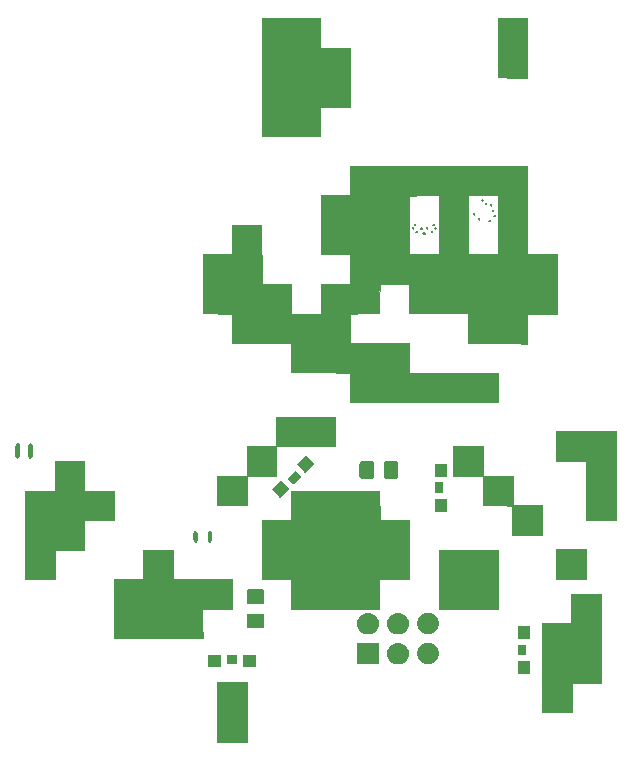
<source format=gbr>
G04 #@! TF.GenerationSoftware,KiCad,Pcbnew,5.1.2*
G04 #@! TF.CreationDate,2019-06-30T01:50:48-07:00*
G04 #@! TF.ProjectId,Mario_SAO,4d617269-6f5f-4534-914f-2e6b69636164,rev?*
G04 #@! TF.SameCoordinates,Original*
G04 #@! TF.FileFunction,Soldermask,Bot*
G04 #@! TF.FilePolarity,Negative*
%FSLAX46Y46*%
G04 Gerber Fmt 4.6, Leading zero omitted, Abs format (unit mm)*
G04 Created by KiCad (PCBNEW 5.1.2) date 2019-06-30 01:50:48*
%MOMM*%
%LPD*%
G04 APERTURE LIST*
%ADD10C,0.010000*%
%ADD11C,0.100000*%
G04 APERTURE END LIST*
D10*
G36*
X115978624Y-84116553D02*
G01*
X115986000Y-84146167D01*
X115952113Y-84202291D01*
X115922500Y-84209667D01*
X115866376Y-84175780D01*
X115859000Y-84146167D01*
X115892886Y-84090043D01*
X115922500Y-84082667D01*
X115978624Y-84116553D01*
X115978624Y-84116553D01*
G37*
X115978624Y-84116553D02*
X115986000Y-84146167D01*
X115952113Y-84202291D01*
X115922500Y-84209667D01*
X115866376Y-84175780D01*
X115859000Y-84146167D01*
X115892886Y-84090043D01*
X115922500Y-84082667D01*
X115978624Y-84116553D01*
G36*
X116274957Y-84412887D02*
G01*
X116282333Y-84442500D01*
X116248447Y-84498624D01*
X116218833Y-84506000D01*
X116162709Y-84472114D01*
X116155333Y-84442500D01*
X116189220Y-84386376D01*
X116218833Y-84379000D01*
X116274957Y-84412887D01*
X116274957Y-84412887D01*
G37*
X116274957Y-84412887D02*
X116282333Y-84442500D01*
X116248447Y-84498624D01*
X116218833Y-84506000D01*
X116162709Y-84472114D01*
X116155333Y-84442500D01*
X116189220Y-84386376D01*
X116218833Y-84379000D01*
X116274957Y-84412887D01*
G36*
X116698291Y-84539887D02*
G01*
X116705667Y-84569500D01*
X116671780Y-84625624D01*
X116642167Y-84633000D01*
X116586042Y-84599114D01*
X116578667Y-84569500D01*
X116612553Y-84513376D01*
X116642167Y-84506000D01*
X116698291Y-84539887D01*
X116698291Y-84539887D01*
G37*
X116698291Y-84539887D02*
X116705667Y-84569500D01*
X116671780Y-84625624D01*
X116642167Y-84633000D01*
X116586042Y-84599114D01*
X116578667Y-84569500D01*
X116612553Y-84513376D01*
X116642167Y-84506000D01*
X116698291Y-84539887D01*
G36*
X116860059Y-85001323D02*
G01*
X116867521Y-85028092D01*
X116849285Y-85088510D01*
X116814604Y-85098667D01*
X116759645Y-85063057D01*
X116748000Y-85010472D01*
X116770304Y-84948406D01*
X116817510Y-84946809D01*
X116860059Y-85001323D01*
X116860059Y-85001323D01*
G37*
X116860059Y-85001323D02*
X116867521Y-85028092D01*
X116849285Y-85088510D01*
X116814604Y-85098667D01*
X116759645Y-85063057D01*
X116748000Y-85010472D01*
X116770304Y-84948406D01*
X116817510Y-84946809D01*
X116860059Y-85001323D01*
G36*
X115254547Y-85260960D02*
G01*
X115266333Y-85310334D01*
X115239863Y-85379286D01*
X115202833Y-85395000D01*
X115151119Y-85359707D01*
X115139333Y-85310334D01*
X115165803Y-85241381D01*
X115202833Y-85225667D01*
X115254547Y-85260960D01*
X115254547Y-85260960D01*
G37*
X115254547Y-85260960D02*
X115266333Y-85310334D01*
X115239863Y-85379286D01*
X115202833Y-85395000D01*
X115151119Y-85359707D01*
X115139333Y-85310334D01*
X115165803Y-85241381D01*
X115202833Y-85225667D01*
X115254547Y-85260960D01*
G36*
X116994624Y-85428887D02*
G01*
X117002000Y-85458500D01*
X116968113Y-85514624D01*
X116938500Y-85522000D01*
X116882376Y-85488114D01*
X116875000Y-85458500D01*
X116908886Y-85402376D01*
X116938500Y-85395000D01*
X116994624Y-85428887D01*
X116994624Y-85428887D01*
G37*
X116994624Y-85428887D02*
X117002000Y-85458500D01*
X116968113Y-85514624D01*
X116938500Y-85522000D01*
X116882376Y-85488114D01*
X116875000Y-85458500D01*
X116908886Y-85402376D01*
X116938500Y-85395000D01*
X116994624Y-85428887D01*
G36*
X115682291Y-85725220D02*
G01*
X115689667Y-85754834D01*
X115655780Y-85810958D01*
X115626167Y-85818334D01*
X115570042Y-85784447D01*
X115562667Y-85754834D01*
X115596553Y-85698709D01*
X115626167Y-85691334D01*
X115682291Y-85725220D01*
X115682291Y-85725220D01*
G37*
X115682291Y-85725220D02*
X115689667Y-85754834D01*
X115655780Y-85810958D01*
X115626167Y-85818334D01*
X115570042Y-85784447D01*
X115562667Y-85754834D01*
X115596553Y-85698709D01*
X115626167Y-85691334D01*
X115682291Y-85725220D01*
G36*
X116571291Y-85852220D02*
G01*
X116578667Y-85881834D01*
X116544780Y-85937958D01*
X116515167Y-85945334D01*
X116459042Y-85911447D01*
X116451667Y-85881834D01*
X116485553Y-85825709D01*
X116515167Y-85818334D01*
X116571291Y-85852220D01*
X116571291Y-85852220D01*
G37*
X116571291Y-85852220D02*
X116578667Y-85881834D01*
X116544780Y-85937958D01*
X116515167Y-85945334D01*
X116459042Y-85911447D01*
X116451667Y-85881834D01*
X116485553Y-85825709D01*
X116515167Y-85818334D01*
X116571291Y-85852220D01*
G36*
X111863952Y-86183470D02*
G01*
X111879667Y-86220500D01*
X111844373Y-86272214D01*
X111795000Y-86284000D01*
X111726048Y-86257530D01*
X111710333Y-86220500D01*
X111745626Y-86168786D01*
X111795000Y-86157000D01*
X111863952Y-86183470D01*
X111863952Y-86183470D01*
G37*
X111863952Y-86183470D02*
X111879667Y-86220500D01*
X111844373Y-86272214D01*
X111795000Y-86284000D01*
X111726048Y-86257530D01*
X111710333Y-86220500D01*
X111745626Y-86168786D01*
X111795000Y-86157000D01*
X111863952Y-86183470D01*
G36*
X110263624Y-86190887D02*
G01*
X110271000Y-86220500D01*
X110237113Y-86276624D01*
X110207500Y-86284000D01*
X110151376Y-86250114D01*
X110144000Y-86220500D01*
X110177886Y-86164376D01*
X110207500Y-86157000D01*
X110263624Y-86190887D01*
X110263624Y-86190887D01*
G37*
X110263624Y-86190887D02*
X110271000Y-86220500D01*
X110237113Y-86276624D01*
X110207500Y-86284000D01*
X110151376Y-86250114D01*
X110144000Y-86220500D01*
X110177886Y-86164376D01*
X110207500Y-86157000D01*
X110263624Y-86190887D01*
G36*
X111999291Y-86487220D02*
G01*
X112006667Y-86516834D01*
X111972780Y-86572958D01*
X111943167Y-86580334D01*
X111887042Y-86546447D01*
X111879667Y-86516834D01*
X111913553Y-86460709D01*
X111943167Y-86453334D01*
X111999291Y-86487220D01*
X111999291Y-86487220D01*
G37*
X111999291Y-86487220D02*
X112006667Y-86516834D01*
X111972780Y-86572958D01*
X111943167Y-86580334D01*
X111887042Y-86546447D01*
X111879667Y-86516834D01*
X111913553Y-86460709D01*
X111943167Y-86453334D01*
X111999291Y-86487220D01*
G36*
X111279624Y-86487220D02*
G01*
X111287000Y-86516834D01*
X111253113Y-86572958D01*
X111223500Y-86580334D01*
X111167376Y-86546447D01*
X111160000Y-86516834D01*
X111193886Y-86460709D01*
X111223500Y-86453334D01*
X111279624Y-86487220D01*
X111279624Y-86487220D01*
G37*
X111279624Y-86487220D02*
X111287000Y-86516834D01*
X111253113Y-86572958D01*
X111223500Y-86580334D01*
X111167376Y-86546447D01*
X111160000Y-86516834D01*
X111193886Y-86460709D01*
X111223500Y-86453334D01*
X111279624Y-86487220D01*
G36*
X110847952Y-86479803D02*
G01*
X110863667Y-86516834D01*
X110828373Y-86568548D01*
X110779000Y-86580334D01*
X110710048Y-86553864D01*
X110694333Y-86516834D01*
X110729626Y-86465119D01*
X110779000Y-86453334D01*
X110847952Y-86479803D01*
X110847952Y-86479803D01*
G37*
X110847952Y-86479803D02*
X110863667Y-86516834D01*
X110828373Y-86568548D01*
X110779000Y-86580334D01*
X110710048Y-86553864D01*
X110694333Y-86516834D01*
X110729626Y-86465119D01*
X110779000Y-86453334D01*
X110847952Y-86479803D01*
G36*
X110094291Y-86487220D02*
G01*
X110101667Y-86516834D01*
X110067780Y-86572958D01*
X110038167Y-86580334D01*
X109982042Y-86546447D01*
X109974667Y-86516834D01*
X110008553Y-86460709D01*
X110038167Y-86453334D01*
X110094291Y-86487220D01*
X110094291Y-86487220D01*
G37*
X110094291Y-86487220D02*
X110101667Y-86516834D01*
X110067780Y-86572958D01*
X110038167Y-86580334D01*
X109982042Y-86546447D01*
X109974667Y-86516834D01*
X110008553Y-86460709D01*
X110038167Y-86453334D01*
X110094291Y-86487220D01*
G36*
X111702957Y-86783553D02*
G01*
X111710333Y-86813167D01*
X111676447Y-86869291D01*
X111646833Y-86876667D01*
X111590709Y-86842780D01*
X111583333Y-86813167D01*
X111617220Y-86757043D01*
X111646833Y-86749667D01*
X111702957Y-86783553D01*
X111702957Y-86783553D01*
G37*
X111702957Y-86783553D02*
X111710333Y-86813167D01*
X111676447Y-86869291D01*
X111646833Y-86876667D01*
X111590709Y-86842780D01*
X111583333Y-86813167D01*
X111617220Y-86757043D01*
X111646833Y-86749667D01*
X111702957Y-86783553D01*
G36*
X110390624Y-86783553D02*
G01*
X110398000Y-86813167D01*
X110364113Y-86869291D01*
X110334500Y-86876667D01*
X110278376Y-86842780D01*
X110271000Y-86813167D01*
X110304886Y-86757043D01*
X110334500Y-86749667D01*
X110390624Y-86783553D01*
X110390624Y-86783553D01*
G37*
X110390624Y-86783553D02*
X110398000Y-86813167D01*
X110364113Y-86869291D01*
X110334500Y-86876667D01*
X110278376Y-86842780D01*
X110271000Y-86813167D01*
X110304886Y-86757043D01*
X110334500Y-86749667D01*
X110390624Y-86783553D01*
G36*
X111091493Y-86895599D02*
G01*
X111117667Y-86940167D01*
X111079802Y-86990580D01*
X110990667Y-87003667D01*
X110889840Y-86984735D01*
X110863667Y-86940167D01*
X110901531Y-86889754D01*
X110990667Y-86876667D01*
X111091493Y-86895599D01*
X111091493Y-86895599D01*
G37*
X111091493Y-86895599D02*
X111117667Y-86940167D01*
X111079802Y-86990580D01*
X110990667Y-87003667D01*
X110889840Y-86984735D01*
X110863667Y-86940167D01*
X110901531Y-86889754D01*
X110990667Y-86876667D01*
X111091493Y-86895599D01*
G36*
X119753667Y-73795667D02*
G01*
X119023417Y-73786513D01*
X118731856Y-73782417D01*
X118421437Y-73777311D01*
X118122354Y-73771738D01*
X117864798Y-73766242D01*
X117774583Y-73764044D01*
X117256000Y-73750728D01*
X117256000Y-68758000D01*
X119753667Y-68758000D01*
X119753667Y-73795667D01*
X119753667Y-73795667D01*
G37*
X119753667Y-73795667D02*
X119023417Y-73786513D01*
X118731856Y-73782417D01*
X118421437Y-73777311D01*
X118122354Y-73771738D01*
X117864798Y-73766242D01*
X117774583Y-73764044D01*
X117256000Y-73750728D01*
X117256000Y-68758000D01*
X119753667Y-68758000D01*
X119753667Y-73795667D01*
G36*
X102227667Y-71255667D02*
G01*
X104725333Y-71255667D01*
X104725333Y-76251000D01*
X102227667Y-76251000D01*
X102227667Y-78748667D01*
X97274667Y-78748667D01*
X97274667Y-68758000D01*
X102227667Y-68758000D01*
X102227667Y-71255667D01*
X102227667Y-71255667D01*
G37*
X102227667Y-71255667D02*
X104725333Y-71255667D01*
X104725333Y-76251000D01*
X102227667Y-76251000D01*
X102227667Y-78748667D01*
X97274667Y-78748667D01*
X97274667Y-68758000D01*
X102227667Y-68758000D01*
X102227667Y-71255667D01*
G36*
X119753667Y-88739334D02*
G01*
X122251333Y-88739334D01*
X122251333Y-93777000D01*
X119753667Y-93777000D01*
X119753667Y-96288270D01*
X118603789Y-96260302D01*
X118244236Y-96252771D01*
X117825532Y-96246008D01*
X117373191Y-96240298D01*
X116912726Y-96235927D01*
X116469652Y-96233180D01*
X116106122Y-96232334D01*
X114758333Y-96232334D01*
X114758333Y-93734667D01*
X109763000Y-93734667D01*
X109763000Y-91235740D01*
X108503583Y-91246954D01*
X107244167Y-91258167D01*
X107232945Y-92495778D01*
X107221723Y-93733390D01*
X105984111Y-93744612D01*
X104746500Y-93755834D01*
X104746500Y-96253500D01*
X107232944Y-96264422D01*
X109719389Y-96275343D01*
X109741833Y-98751167D01*
X113498917Y-98761979D01*
X117256000Y-98772791D01*
X117256000Y-101227667D01*
X104768945Y-101227667D01*
X104757723Y-99989417D01*
X104746500Y-98751167D01*
X102260055Y-98740245D01*
X99773611Y-98729324D01*
X99751167Y-96253500D01*
X97264722Y-96242579D01*
X94778278Y-96231657D01*
X94767055Y-94993745D01*
X94755833Y-93755834D01*
X92279333Y-93733388D01*
X92279333Y-88739334D01*
X94777000Y-88739334D01*
X94777000Y-86241667D01*
X97231662Y-86241667D01*
X97253500Y-91258167D01*
X98491111Y-91269389D01*
X99728723Y-91280610D01*
X99751167Y-93755834D01*
X102248833Y-93755834D01*
X102271277Y-91280610D01*
X103508888Y-91269389D01*
X104746500Y-91258167D01*
X104757713Y-89998750D01*
X104768926Y-88739334D01*
X109719990Y-88739334D01*
X112260667Y-88739334D01*
X112260667Y-83744000D01*
X114758333Y-83744000D01*
X114758333Y-88739334D01*
X117256000Y-88739334D01*
X117256000Y-83744000D01*
X114758333Y-83744000D01*
X112260667Y-83744000D01*
X112260667Y-83742740D01*
X111001250Y-83753954D01*
X109741833Y-83765167D01*
X109730911Y-86252250D01*
X109719990Y-88739334D01*
X104768926Y-88739334D01*
X102270000Y-88739334D01*
X102270000Y-83744000D01*
X104767667Y-83744000D01*
X104767667Y-81246334D01*
X119753667Y-81246334D01*
X119753667Y-88739334D01*
X119753667Y-88739334D01*
G37*
X119753667Y-88739334D02*
X122251333Y-88739334D01*
X122251333Y-93777000D01*
X119753667Y-93777000D01*
X119753667Y-96288270D01*
X118603789Y-96260302D01*
X118244236Y-96252771D01*
X117825532Y-96246008D01*
X117373191Y-96240298D01*
X116912726Y-96235927D01*
X116469652Y-96233180D01*
X116106122Y-96232334D01*
X114758333Y-96232334D01*
X114758333Y-93734667D01*
X109763000Y-93734667D01*
X109763000Y-91235740D01*
X108503583Y-91246954D01*
X107244167Y-91258167D01*
X107232945Y-92495778D01*
X107221723Y-93733390D01*
X105984111Y-93744612D01*
X104746500Y-93755834D01*
X104746500Y-96253500D01*
X107232944Y-96264422D01*
X109719389Y-96275343D01*
X109741833Y-98751167D01*
X113498917Y-98761979D01*
X117256000Y-98772791D01*
X117256000Y-101227667D01*
X104768945Y-101227667D01*
X104757723Y-99989417D01*
X104746500Y-98751167D01*
X102260055Y-98740245D01*
X99773611Y-98729324D01*
X99751167Y-96253500D01*
X97264722Y-96242579D01*
X94778278Y-96231657D01*
X94767055Y-94993745D01*
X94755833Y-93755834D01*
X92279333Y-93733388D01*
X92279333Y-88739334D01*
X94777000Y-88739334D01*
X94777000Y-86241667D01*
X97231662Y-86241667D01*
X97253500Y-91258167D01*
X98491111Y-91269389D01*
X99728723Y-91280610D01*
X99751167Y-93755834D01*
X102248833Y-93755834D01*
X102271277Y-91280610D01*
X103508888Y-91269389D01*
X104746500Y-91258167D01*
X104757713Y-89998750D01*
X104768926Y-88739334D01*
X109719990Y-88739334D01*
X112260667Y-88739334D01*
X112260667Y-83744000D01*
X114758333Y-83744000D01*
X114758333Y-88739334D01*
X117256000Y-88739334D01*
X117256000Y-83744000D01*
X114758333Y-83744000D01*
X112260667Y-83744000D01*
X112260667Y-83742740D01*
X111001250Y-83753954D01*
X109741833Y-83765167D01*
X109730911Y-86252250D01*
X109719990Y-88739334D01*
X104768926Y-88739334D01*
X102270000Y-88739334D01*
X102270000Y-83744000D01*
X104767667Y-83744000D01*
X104767667Y-81246334D01*
X119753667Y-81246334D01*
X119753667Y-88739334D01*
G36*
X77740404Y-104799321D02*
G01*
X77765076Y-104836584D01*
X77791723Y-104929563D01*
X77809814Y-105078890D01*
X77819362Y-105262136D01*
X77820381Y-105456873D01*
X77812887Y-105640673D01*
X77796893Y-105791107D01*
X77772414Y-105885748D01*
X77764400Y-105898768D01*
X77675944Y-105962907D01*
X77587217Y-105942384D01*
X77541933Y-105899123D01*
X77513407Y-105823094D01*
X77490867Y-105685213D01*
X77475212Y-105508142D01*
X77467340Y-105314542D01*
X77468149Y-105127075D01*
X77478537Y-104968401D01*
X77499401Y-104861184D01*
X77500670Y-104857750D01*
X77567955Y-104764994D01*
X77655730Y-104744888D01*
X77740404Y-104799321D01*
X77740404Y-104799321D01*
G37*
X77740404Y-104799321D02*
X77765076Y-104836584D01*
X77791723Y-104929563D01*
X77809814Y-105078890D01*
X77819362Y-105262136D01*
X77820381Y-105456873D01*
X77812887Y-105640673D01*
X77796893Y-105791107D01*
X77772414Y-105885748D01*
X77764400Y-105898768D01*
X77675944Y-105962907D01*
X77587217Y-105942384D01*
X77541933Y-105899123D01*
X77513407Y-105823094D01*
X77490867Y-105685213D01*
X77475212Y-105508142D01*
X77467340Y-105314542D01*
X77468149Y-105127075D01*
X77478537Y-104968401D01*
X77499401Y-104861184D01*
X77500670Y-104857750D01*
X77567955Y-104764994D01*
X77655730Y-104744888D01*
X77740404Y-104799321D01*
G36*
X76685754Y-104816560D02*
G01*
X76701714Y-104849923D01*
X76724658Y-104958947D01*
X76737896Y-105122218D01*
X76741771Y-105314257D01*
X76736625Y-105509585D01*
X76722801Y-105682726D01*
X76700639Y-105808200D01*
X76688396Y-105841625D01*
X76611161Y-105937199D01*
X76523035Y-105955787D01*
X76442773Y-105900665D01*
X76417083Y-105826218D01*
X76399650Y-105689713D01*
X76390433Y-105513353D01*
X76389392Y-105319338D01*
X76396483Y-105129872D01*
X76411668Y-104967156D01*
X76434903Y-104853391D01*
X76444763Y-104829557D01*
X76520753Y-104753859D01*
X76610171Y-104750247D01*
X76685754Y-104816560D01*
X76685754Y-104816560D01*
G37*
X76685754Y-104816560D02*
X76701714Y-104849923D01*
X76724658Y-104958947D01*
X76737896Y-105122218D01*
X76741771Y-105314257D01*
X76736625Y-105509585D01*
X76722801Y-105682726D01*
X76700639Y-105808200D01*
X76688396Y-105841625D01*
X76611161Y-105937199D01*
X76523035Y-105955787D01*
X76442773Y-105900665D01*
X76417083Y-105826218D01*
X76399650Y-105689713D01*
X76390433Y-105513353D01*
X76389392Y-105319338D01*
X76396483Y-105129872D01*
X76411668Y-104967156D01*
X76434903Y-104853391D01*
X76444763Y-104829557D01*
X76520753Y-104753859D01*
X76610171Y-104750247D01*
X76685754Y-104816560D01*
G36*
X103497667Y-104995334D02*
G01*
X98502333Y-104995334D01*
X98502333Y-102497667D01*
X103497667Y-102497667D01*
X103497667Y-104995334D01*
X103497667Y-104995334D01*
G37*
X103497667Y-104995334D02*
X98502333Y-104995334D01*
X98502333Y-102497667D01*
X103497667Y-102497667D01*
X103497667Y-104995334D01*
G36*
X98502333Y-107493000D02*
G01*
X96004667Y-107493000D01*
X96004667Y-104995334D01*
X98502333Y-104995334D01*
X98502333Y-107493000D01*
X98502333Y-107493000D01*
G37*
X98502333Y-107493000D02*
X96004667Y-107493000D01*
X96004667Y-104995334D01*
X98502333Y-104995334D01*
X98502333Y-107493000D01*
G36*
X96004667Y-109990667D02*
G01*
X93507000Y-109990667D01*
X93507000Y-107493000D01*
X96004667Y-107493000D01*
X96004667Y-109990667D01*
X96004667Y-109990667D01*
G37*
X96004667Y-109990667D02*
X93507000Y-109990667D01*
X93507000Y-107493000D01*
X96004667Y-107493000D01*
X96004667Y-109990667D01*
G36*
X127246667Y-111260667D02*
G01*
X124706667Y-111260667D01*
X124706667Y-106265334D01*
X122209000Y-106265334D01*
X122209000Y-103725334D01*
X127246667Y-103725334D01*
X127246667Y-111260667D01*
X127246667Y-111260667D01*
G37*
X127246667Y-111260667D02*
X124706667Y-111260667D01*
X124706667Y-106265334D01*
X122209000Y-106265334D01*
X122209000Y-103725334D01*
X127246667Y-103725334D01*
X127246667Y-111260667D01*
G36*
X115986000Y-107493000D02*
G01*
X113488333Y-107493000D01*
X113488333Y-104995334D01*
X115986000Y-104995334D01*
X115986000Y-107493000D01*
X115986000Y-107493000D01*
G37*
X115986000Y-107493000D02*
X113488333Y-107493000D01*
X113488333Y-104995334D01*
X115986000Y-104995334D01*
X115986000Y-107493000D01*
G36*
X118526000Y-109990667D02*
G01*
X121023667Y-109990667D01*
X121023667Y-112530667D01*
X118483667Y-112530667D01*
X118483667Y-110044078D01*
X118324917Y-110017838D01*
X118239661Y-110010637D01*
X118083183Y-110004153D01*
X117868924Y-109998675D01*
X117610326Y-109994490D01*
X117320834Y-109991885D01*
X117076083Y-109991133D01*
X115986000Y-109990667D01*
X115986000Y-107493000D01*
X118526000Y-107493000D01*
X118526000Y-109990667D01*
X118526000Y-109990667D01*
G37*
X118526000Y-109990667D02*
X121023667Y-109990667D01*
X121023667Y-112530667D01*
X118483667Y-112530667D01*
X118483667Y-110044078D01*
X118324917Y-110017838D01*
X118239661Y-110010637D01*
X118083183Y-110004153D01*
X117868924Y-109998675D01*
X117610326Y-109994490D01*
X117320834Y-109991885D01*
X117076083Y-109991133D01*
X115986000Y-109990667D01*
X115986000Y-107493000D01*
X118526000Y-107493000D01*
X118526000Y-109990667D01*
G36*
X92880993Y-112142311D02*
G01*
X92909797Y-112169651D01*
X92945549Y-112227723D01*
X92966031Y-112324778D01*
X92973917Y-112478546D01*
X92973847Y-112594304D01*
X92960499Y-112829848D01*
X92927153Y-112988636D01*
X92874683Y-113068941D01*
X92803963Y-113069034D01*
X92753467Y-113030200D01*
X92722614Y-112955139D01*
X92704624Y-112821710D01*
X92698947Y-112655145D01*
X92705033Y-112480673D01*
X92722330Y-112323525D01*
X92750289Y-112208932D01*
X92772214Y-112170834D01*
X92831650Y-112124192D01*
X92880993Y-112142311D01*
X92880993Y-112142311D01*
G37*
X92880993Y-112142311D02*
X92909797Y-112169651D01*
X92945549Y-112227723D01*
X92966031Y-112324778D01*
X92973917Y-112478546D01*
X92973847Y-112594304D01*
X92960499Y-112829848D01*
X92927153Y-112988636D01*
X92874683Y-113068941D01*
X92803963Y-113069034D01*
X92753467Y-113030200D01*
X92722614Y-112955139D01*
X92704624Y-112821710D01*
X92698947Y-112655145D01*
X92705033Y-112480673D01*
X92722330Y-112323525D01*
X92750289Y-112208932D01*
X92772214Y-112170834D01*
X92831650Y-112124192D01*
X92880993Y-112142311D01*
G36*
X91716509Y-112213897D02*
G01*
X91727510Y-112231550D01*
X91749527Y-112313832D01*
X91765261Y-112451141D01*
X91771333Y-112613885D01*
X91771333Y-112615334D01*
X91759796Y-112845006D01*
X91724585Y-112995959D01*
X91664800Y-113071021D01*
X91623167Y-113081000D01*
X91556464Y-113047475D01*
X91518823Y-112999117D01*
X91497994Y-112917059D01*
X91483524Y-112778341D01*
X91476056Y-112610779D01*
X91476236Y-112442185D01*
X91484706Y-112300375D01*
X91500696Y-112216629D01*
X91558402Y-112159022D01*
X91641789Y-112158865D01*
X91716509Y-112213897D01*
X91716509Y-112213897D01*
G37*
X91716509Y-112213897D02*
X91727510Y-112231550D01*
X91749527Y-112313832D01*
X91765261Y-112451141D01*
X91771333Y-112613885D01*
X91771333Y-112615334D01*
X91759796Y-112845006D01*
X91724585Y-112995959D01*
X91664800Y-113071021D01*
X91623167Y-113081000D01*
X91556464Y-113047475D01*
X91518823Y-112999117D01*
X91497994Y-112917059D01*
X91483524Y-112778341D01*
X91476056Y-112610779D01*
X91476236Y-112442185D01*
X91484706Y-112300375D01*
X91500696Y-112216629D01*
X91558402Y-112159022D01*
X91641789Y-112158865D01*
X91716509Y-112213897D01*
G36*
X124749000Y-116256000D02*
G01*
X122209000Y-116256000D01*
X122209000Y-113716000D01*
X124749000Y-113716000D01*
X124749000Y-116256000D01*
X124749000Y-116256000D01*
G37*
X124749000Y-116256000D02*
X122209000Y-116256000D01*
X122209000Y-113716000D01*
X124749000Y-113716000D01*
X124749000Y-116256000D01*
G36*
X82246333Y-108763000D02*
G01*
X84744000Y-108763000D01*
X84744000Y-111260667D01*
X82246333Y-111260667D01*
X82246333Y-113758334D01*
X79748667Y-113758334D01*
X79748667Y-116256000D01*
X77251000Y-116256000D01*
X77251000Y-108763000D01*
X79748667Y-108763000D01*
X79748667Y-106265334D01*
X82246333Y-106265334D01*
X82246333Y-108763000D01*
X82246333Y-108763000D01*
G37*
X82246333Y-108763000D02*
X84744000Y-108763000D01*
X84744000Y-111260667D01*
X82246333Y-111260667D01*
X82246333Y-113758334D01*
X79748667Y-113758334D01*
X79748667Y-116256000D01*
X77251000Y-116256000D01*
X77251000Y-108763000D01*
X79748667Y-108763000D01*
X79748667Y-106265334D01*
X82246333Y-106265334D01*
X82246333Y-108763000D01*
G36*
X117234833Y-118732500D02*
G01*
X112260667Y-118754344D01*
X112260667Y-113758334D01*
X117256677Y-113758334D01*
X117234833Y-118732500D01*
X117234833Y-118732500D01*
G37*
X117234833Y-118732500D02*
X112260667Y-118754344D01*
X112260667Y-113758334D01*
X117256677Y-113758334D01*
X117234833Y-118732500D01*
G36*
X107244167Y-111239500D02*
G01*
X109720667Y-111261946D01*
X109720667Y-116256000D01*
X107223000Y-116256000D01*
X107223000Y-118753667D01*
X99772333Y-118753667D01*
X99772333Y-116256000D01*
X97274667Y-116256000D01*
X97274667Y-111261946D01*
X99751167Y-111239500D01*
X99762389Y-110001250D01*
X99773612Y-108763000D01*
X107221721Y-108763000D01*
X107244167Y-111239500D01*
X107244167Y-111239500D01*
G37*
X107244167Y-111239500D02*
X109720667Y-111261946D01*
X109720667Y-116256000D01*
X107223000Y-116256000D01*
X107223000Y-118753667D01*
X99772333Y-118753667D01*
X99772333Y-116256000D01*
X97274667Y-116256000D01*
X97274667Y-111261946D01*
X99751167Y-111239500D01*
X99762389Y-110001250D01*
X99773612Y-108763000D01*
X107221721Y-108763000D01*
X107244167Y-111239500D01*
G36*
X89739333Y-116256000D02*
G01*
X94734667Y-116256000D01*
X94734667Y-118753667D01*
X92224095Y-118753667D01*
X92254257Y-120002500D01*
X92284420Y-121251334D01*
X84744000Y-121251334D01*
X84744000Y-116256000D01*
X87241667Y-116256000D01*
X87241667Y-113758334D01*
X89739333Y-113758334D01*
X89739333Y-116256000D01*
X89739333Y-116256000D01*
G37*
X89739333Y-116256000D02*
X94734667Y-116256000D01*
X94734667Y-118753667D01*
X92224095Y-118753667D01*
X92254257Y-120002500D01*
X92284420Y-121251334D01*
X84744000Y-121251334D01*
X84744000Y-116256000D01*
X87241667Y-116256000D01*
X87241667Y-113758334D01*
X89739333Y-113758334D01*
X89739333Y-116256000D01*
G36*
X126019000Y-125019000D02*
G01*
X123521333Y-125019000D01*
X123521333Y-127516667D01*
X120981333Y-127516667D01*
X120981333Y-119981334D01*
X123479000Y-119981334D01*
X123479000Y-117483667D01*
X126019000Y-117483667D01*
X126019000Y-125019000D01*
X126019000Y-125019000D01*
G37*
X126019000Y-125019000D02*
X123521333Y-125019000D01*
X123521333Y-127516667D01*
X120981333Y-127516667D01*
X120981333Y-119981334D01*
X123479000Y-119981334D01*
X123479000Y-117483667D01*
X126019000Y-117483667D01*
X126019000Y-125019000D01*
G36*
X96004667Y-130014334D02*
G01*
X93464667Y-130014334D01*
X93464667Y-124976667D01*
X96004667Y-124976667D01*
X96004667Y-130014334D01*
X96004667Y-130014334D01*
G37*
X96004667Y-130014334D02*
X93464667Y-130014334D01*
X93464667Y-124976667D01*
X96004667Y-124976667D01*
X96004667Y-130014334D01*
D11*
G36*
X119950431Y-123199569D02*
G01*
X119951000Y-123205339D01*
X119951000Y-124294657D01*
X119950431Y-124300431D01*
X119944657Y-124301000D01*
X118955343Y-124301000D01*
X118949569Y-124300431D01*
X118949000Y-124294657D01*
X118949000Y-123205339D01*
X118949569Y-123199569D01*
X118955343Y-123199000D01*
X119944657Y-123199000D01*
X119950431Y-123199569D01*
X119950431Y-123199569D01*
G37*
G36*
X96800431Y-122699569D02*
G01*
X96801000Y-122705339D01*
X96801000Y-123694657D01*
X96800431Y-123700431D01*
X96794657Y-123701000D01*
X95705343Y-123701000D01*
X95699569Y-123700431D01*
X95699000Y-123694657D01*
X95699000Y-122705339D01*
X95699569Y-122699569D01*
X95705343Y-122699000D01*
X96794657Y-122699000D01*
X96800431Y-122699569D01*
X96800431Y-122699569D01*
G37*
G36*
X93800431Y-122699569D02*
G01*
X93801000Y-122705339D01*
X93801000Y-123694657D01*
X93800431Y-123700431D01*
X93794657Y-123701000D01*
X92705343Y-123701000D01*
X92699569Y-123700431D01*
X92699000Y-123694657D01*
X92699000Y-122705339D01*
X92699569Y-122699569D01*
X92705343Y-122699000D01*
X93794657Y-122699000D01*
X93800431Y-122699569D01*
X93800431Y-122699569D01*
G37*
G36*
X107184600Y-123454600D02*
G01*
X105355400Y-123454600D01*
X105355400Y-121625400D01*
X107184600Y-121625400D01*
X107184600Y-123454600D01*
X107184600Y-123454600D01*
G37*
G36*
X111616778Y-121660547D02*
G01*
X111783224Y-121729491D01*
X111933022Y-121829583D01*
X112060417Y-121956978D01*
X112160509Y-122106776D01*
X112229453Y-122273222D01*
X112264600Y-122449918D01*
X112264600Y-122630082D01*
X112229453Y-122806778D01*
X112160509Y-122973224D01*
X112060417Y-123123022D01*
X111933022Y-123250417D01*
X111783224Y-123350509D01*
X111616778Y-123419453D01*
X111440082Y-123454600D01*
X111259918Y-123454600D01*
X111083222Y-123419453D01*
X110916776Y-123350509D01*
X110766978Y-123250417D01*
X110639583Y-123123022D01*
X110539491Y-122973224D01*
X110470547Y-122806778D01*
X110435400Y-122630082D01*
X110435400Y-122449918D01*
X110470547Y-122273222D01*
X110539491Y-122106776D01*
X110639583Y-121956978D01*
X110766978Y-121829583D01*
X110916776Y-121729491D01*
X111083222Y-121660547D01*
X111259918Y-121625400D01*
X111440082Y-121625400D01*
X111616778Y-121660547D01*
X111616778Y-121660547D01*
G37*
G36*
X108989294Y-121638633D02*
G01*
X109161695Y-121690931D01*
X109320583Y-121775858D01*
X109459849Y-121890151D01*
X109574142Y-122029417D01*
X109659069Y-122188305D01*
X109711367Y-122360706D01*
X109729025Y-122540000D01*
X109711367Y-122719294D01*
X109659069Y-122891695D01*
X109574142Y-123050583D01*
X109459849Y-123189849D01*
X109320583Y-123304142D01*
X109161695Y-123389069D01*
X108989294Y-123441367D01*
X108854931Y-123454600D01*
X108765069Y-123454600D01*
X108630706Y-123441367D01*
X108458305Y-123389069D01*
X108299417Y-123304142D01*
X108160151Y-123189849D01*
X108045858Y-123050583D01*
X107960931Y-122891695D01*
X107908633Y-122719294D01*
X107890975Y-122540000D01*
X107908633Y-122360706D01*
X107960931Y-122188305D01*
X108045858Y-122029417D01*
X108160151Y-121890151D01*
X108299417Y-121775858D01*
X108458305Y-121690931D01*
X108630706Y-121638633D01*
X108765069Y-121625400D01*
X108854931Y-121625400D01*
X108989294Y-121638633D01*
X108989294Y-121638633D01*
G37*
G36*
X95201000Y-123401000D02*
G01*
X94299000Y-123401000D01*
X94299000Y-122699000D01*
X95201000Y-122699000D01*
X95201000Y-123401000D01*
X95201000Y-123401000D01*
G37*
G36*
X119651000Y-122701000D02*
G01*
X118949000Y-122701000D01*
X118949000Y-121799000D01*
X119651000Y-121799000D01*
X119651000Y-122701000D01*
X119651000Y-122701000D01*
G37*
G36*
X119950431Y-120199569D02*
G01*
X119951000Y-120205339D01*
X119951000Y-121294657D01*
X119950431Y-121300431D01*
X119944657Y-121301000D01*
X118955343Y-121301000D01*
X118949569Y-121300431D01*
X118949000Y-121294657D01*
X118949000Y-120205339D01*
X118949569Y-120199569D01*
X118955343Y-120199000D01*
X119944657Y-120199000D01*
X119950431Y-120199569D01*
X119950431Y-120199569D01*
G37*
G36*
X106449294Y-119098633D02*
G01*
X106621695Y-119150931D01*
X106780583Y-119235858D01*
X106919849Y-119350151D01*
X107034142Y-119489417D01*
X107119069Y-119648305D01*
X107171367Y-119820706D01*
X107189025Y-120000000D01*
X107171367Y-120179294D01*
X107119069Y-120351695D01*
X107034142Y-120510583D01*
X106919849Y-120649849D01*
X106780583Y-120764142D01*
X106621695Y-120849069D01*
X106449294Y-120901367D01*
X106314931Y-120914600D01*
X106225069Y-120914600D01*
X106090706Y-120901367D01*
X105918305Y-120849069D01*
X105759417Y-120764142D01*
X105620151Y-120649849D01*
X105505858Y-120510583D01*
X105420931Y-120351695D01*
X105368633Y-120179294D01*
X105350975Y-120000000D01*
X105368633Y-119820706D01*
X105420931Y-119648305D01*
X105505858Y-119489417D01*
X105620151Y-119350151D01*
X105759417Y-119235858D01*
X105918305Y-119150931D01*
X106090706Y-119098633D01*
X106225069Y-119085400D01*
X106314931Y-119085400D01*
X106449294Y-119098633D01*
X106449294Y-119098633D01*
G37*
G36*
X111616778Y-119120547D02*
G01*
X111783224Y-119189491D01*
X111933022Y-119289583D01*
X112060417Y-119416978D01*
X112160509Y-119566776D01*
X112229453Y-119733222D01*
X112264600Y-119909918D01*
X112264600Y-120090082D01*
X112229453Y-120266778D01*
X112160509Y-120433224D01*
X112060417Y-120583022D01*
X111933022Y-120710417D01*
X111783224Y-120810509D01*
X111616778Y-120879453D01*
X111440082Y-120914600D01*
X111259918Y-120914600D01*
X111083222Y-120879453D01*
X110916776Y-120810509D01*
X110766978Y-120710417D01*
X110639583Y-120583022D01*
X110539491Y-120433224D01*
X110470547Y-120266778D01*
X110435400Y-120090082D01*
X110435400Y-119909918D01*
X110470547Y-119733222D01*
X110539491Y-119566776D01*
X110639583Y-119416978D01*
X110766978Y-119289583D01*
X110916776Y-119189491D01*
X111083222Y-119120547D01*
X111259918Y-119085400D01*
X111440082Y-119085400D01*
X111616778Y-119120547D01*
X111616778Y-119120547D01*
G37*
G36*
X108989294Y-119098633D02*
G01*
X109161695Y-119150931D01*
X109320583Y-119235858D01*
X109459849Y-119350151D01*
X109574142Y-119489417D01*
X109659069Y-119648305D01*
X109711367Y-119820706D01*
X109729025Y-120000000D01*
X109711367Y-120179294D01*
X109659069Y-120351695D01*
X109574142Y-120510583D01*
X109459849Y-120649849D01*
X109320583Y-120764142D01*
X109161695Y-120849069D01*
X108989294Y-120901367D01*
X108854931Y-120914600D01*
X108765069Y-120914600D01*
X108630706Y-120901367D01*
X108458305Y-120849069D01*
X108299417Y-120764142D01*
X108160151Y-120649849D01*
X108045858Y-120510583D01*
X107960931Y-120351695D01*
X107908633Y-120179294D01*
X107890975Y-120000000D01*
X107908633Y-119820706D01*
X107960931Y-119648305D01*
X108045858Y-119489417D01*
X108160151Y-119350151D01*
X108299417Y-119235858D01*
X108458305Y-119150931D01*
X108630706Y-119098633D01*
X108765069Y-119085400D01*
X108854931Y-119085400D01*
X108989294Y-119098633D01*
X108989294Y-119098633D01*
G37*
G36*
X97338674Y-119153465D02*
G01*
X97376367Y-119164899D01*
X97411103Y-119183466D01*
X97441548Y-119208452D01*
X97466534Y-119238897D01*
X97485101Y-119273633D01*
X97496535Y-119311326D01*
X97501000Y-119356661D01*
X97501000Y-120193339D01*
X97496535Y-120238674D01*
X97485101Y-120276367D01*
X97466534Y-120311103D01*
X97441548Y-120341548D01*
X97411103Y-120366534D01*
X97376367Y-120385101D01*
X97338674Y-120396535D01*
X97293339Y-120401000D01*
X96206661Y-120401000D01*
X96161326Y-120396535D01*
X96123633Y-120385101D01*
X96088897Y-120366534D01*
X96058452Y-120341548D01*
X96033466Y-120311103D01*
X96014899Y-120276367D01*
X96003465Y-120238674D01*
X95999000Y-120193339D01*
X95999000Y-119356661D01*
X96003465Y-119311326D01*
X96014899Y-119273633D01*
X96033466Y-119238897D01*
X96058452Y-119208452D01*
X96088897Y-119183466D01*
X96123633Y-119164899D01*
X96161326Y-119153465D01*
X96206661Y-119149000D01*
X97293339Y-119149000D01*
X97338674Y-119153465D01*
X97338674Y-119153465D01*
G37*
G36*
X97338674Y-117103465D02*
G01*
X97376367Y-117114899D01*
X97411103Y-117133466D01*
X97441548Y-117158452D01*
X97466534Y-117188897D01*
X97485101Y-117223633D01*
X97496535Y-117261326D01*
X97501000Y-117306661D01*
X97501000Y-118143339D01*
X97496535Y-118188674D01*
X97485101Y-118226367D01*
X97466534Y-118261103D01*
X97441548Y-118291548D01*
X97411103Y-118316534D01*
X97376367Y-118335101D01*
X97338674Y-118346535D01*
X97293339Y-118351000D01*
X96206661Y-118351000D01*
X96161326Y-118346535D01*
X96123633Y-118335101D01*
X96088897Y-118316534D01*
X96058452Y-118291548D01*
X96033466Y-118261103D01*
X96014899Y-118226367D01*
X96003465Y-118188674D01*
X95999000Y-118143339D01*
X95999000Y-117306661D01*
X96003465Y-117261326D01*
X96014899Y-117223633D01*
X96033466Y-117188897D01*
X96058452Y-117158452D01*
X96088897Y-117133466D01*
X96123633Y-117114899D01*
X96161326Y-117103465D01*
X96206661Y-117099000D01*
X97293339Y-117099000D01*
X97338674Y-117103465D01*
X97338674Y-117103465D01*
G37*
G36*
X112950431Y-109449569D02*
G01*
X112951000Y-109455339D01*
X112951000Y-110544657D01*
X112950431Y-110550431D01*
X112944657Y-110551000D01*
X111955343Y-110551000D01*
X111949569Y-110550431D01*
X111949000Y-110544657D01*
X111949000Y-109455339D01*
X111949569Y-109449569D01*
X111955343Y-109449000D01*
X112944657Y-109449000D01*
X112950431Y-109449569D01*
X112950431Y-109449569D01*
G37*
G36*
X98914529Y-107856620D02*
G01*
X98980896Y-107922987D01*
X98980902Y-107922992D01*
X99547719Y-108489809D01*
X99547724Y-108489815D01*
X99614091Y-108556182D01*
X99617767Y-108560661D01*
X99614091Y-108565140D01*
X99547724Y-108631507D01*
X99547719Y-108631513D01*
X98910192Y-109269040D01*
X98910186Y-109269045D01*
X98843819Y-109335412D01*
X98839340Y-109339088D01*
X98834861Y-109335412D01*
X98768494Y-109269045D01*
X98768488Y-109269040D01*
X98201671Y-108702223D01*
X98201666Y-108702217D01*
X98135299Y-108635850D01*
X98131623Y-108631371D01*
X98135299Y-108626892D01*
X98201666Y-108560525D01*
X98201671Y-108560519D01*
X98839198Y-107922992D01*
X98839204Y-107922987D01*
X98905571Y-107856620D01*
X98910050Y-107852944D01*
X98914529Y-107856620D01*
X98914529Y-107856620D01*
G37*
G36*
X112651000Y-108951000D02*
G01*
X111949000Y-108951000D01*
X111949000Y-108049000D01*
X112651000Y-108049000D01*
X112651000Y-108951000D01*
X112651000Y-108951000D01*
G37*
G36*
X100161765Y-107123955D02*
G01*
X100161771Y-107123960D01*
X100558882Y-107521071D01*
X100558887Y-107521077D01*
X100608520Y-107570710D01*
X100558887Y-107620343D01*
X100558882Y-107620349D01*
X100020349Y-108158882D01*
X100020343Y-108158887D01*
X99970710Y-108208520D01*
X99921077Y-108158887D01*
X99921071Y-108158882D01*
X99523960Y-107761771D01*
X99523955Y-107761765D01*
X99474322Y-107712132D01*
X99523955Y-107662499D01*
X99523960Y-107662493D01*
X100062493Y-107123960D01*
X100062499Y-107123955D01*
X100112132Y-107074322D01*
X100161765Y-107123955D01*
X100161765Y-107123955D01*
G37*
G36*
X106638674Y-106253465D02*
G01*
X106676367Y-106264899D01*
X106711103Y-106283466D01*
X106741548Y-106308452D01*
X106766534Y-106338897D01*
X106785101Y-106373633D01*
X106796535Y-106411326D01*
X106801000Y-106456661D01*
X106801000Y-107543339D01*
X106796535Y-107588674D01*
X106785101Y-107626367D01*
X106766534Y-107661103D01*
X106741548Y-107691548D01*
X106711103Y-107716534D01*
X106676367Y-107735101D01*
X106638674Y-107746535D01*
X106593339Y-107751000D01*
X105756661Y-107751000D01*
X105711326Y-107746535D01*
X105673633Y-107735101D01*
X105638897Y-107716534D01*
X105608452Y-107691548D01*
X105583466Y-107661103D01*
X105564899Y-107626367D01*
X105553465Y-107588674D01*
X105549000Y-107543339D01*
X105549000Y-106456661D01*
X105553465Y-106411326D01*
X105564899Y-106373633D01*
X105583466Y-106338897D01*
X105608452Y-106308452D01*
X105638897Y-106283466D01*
X105673633Y-106264899D01*
X105711326Y-106253465D01*
X105756661Y-106249000D01*
X106593339Y-106249000D01*
X106638674Y-106253465D01*
X106638674Y-106253465D01*
G37*
G36*
X108688674Y-106253465D02*
G01*
X108726367Y-106264899D01*
X108761103Y-106283466D01*
X108791548Y-106308452D01*
X108816534Y-106338897D01*
X108835101Y-106373633D01*
X108846535Y-106411326D01*
X108851000Y-106456661D01*
X108851000Y-107543339D01*
X108846535Y-107588674D01*
X108835101Y-107626367D01*
X108816534Y-107661103D01*
X108791548Y-107691548D01*
X108761103Y-107716534D01*
X108726367Y-107735101D01*
X108688674Y-107746535D01*
X108643339Y-107751000D01*
X107806661Y-107751000D01*
X107761326Y-107746535D01*
X107723633Y-107735101D01*
X107688897Y-107716534D01*
X107658452Y-107691548D01*
X107633466Y-107661103D01*
X107614899Y-107626367D01*
X107603465Y-107588674D01*
X107599000Y-107543339D01*
X107599000Y-106456661D01*
X107603465Y-106411326D01*
X107614899Y-106373633D01*
X107633466Y-106338897D01*
X107658452Y-106308452D01*
X107688897Y-106283466D01*
X107723633Y-106264899D01*
X107761326Y-106253465D01*
X107806661Y-106249000D01*
X108643339Y-106249000D01*
X108688674Y-106253465D01*
X108688674Y-106253465D01*
G37*
G36*
X112950431Y-106449569D02*
G01*
X112951000Y-106455339D01*
X112951000Y-107544657D01*
X112950431Y-107550431D01*
X112944657Y-107551000D01*
X111955343Y-107551000D01*
X111949569Y-107550431D01*
X111949000Y-107544657D01*
X111949000Y-106455339D01*
X111949569Y-106449569D01*
X111955343Y-106449000D01*
X112944657Y-106449000D01*
X112950431Y-106449569D01*
X112950431Y-106449569D01*
G37*
G36*
X101035850Y-105735299D02*
G01*
X101102217Y-105801666D01*
X101102223Y-105801671D01*
X101669040Y-106368488D01*
X101669045Y-106368494D01*
X101735412Y-106434861D01*
X101739088Y-106439340D01*
X101735412Y-106443819D01*
X101669045Y-106510186D01*
X101669040Y-106510192D01*
X101031513Y-107147719D01*
X101031507Y-107147724D01*
X100965140Y-107214091D01*
X100960661Y-107217767D01*
X100956182Y-107214091D01*
X100889815Y-107147724D01*
X100889809Y-107147719D01*
X100322992Y-106580902D01*
X100322987Y-106580896D01*
X100256620Y-106514529D01*
X100252944Y-106510050D01*
X100256620Y-106505571D01*
X100322987Y-106439204D01*
X100322992Y-106439198D01*
X100960519Y-105801671D01*
X100960525Y-105801666D01*
X101026892Y-105735299D01*
X101031371Y-105731623D01*
X101035850Y-105735299D01*
X101035850Y-105735299D01*
G37*
M02*

</source>
